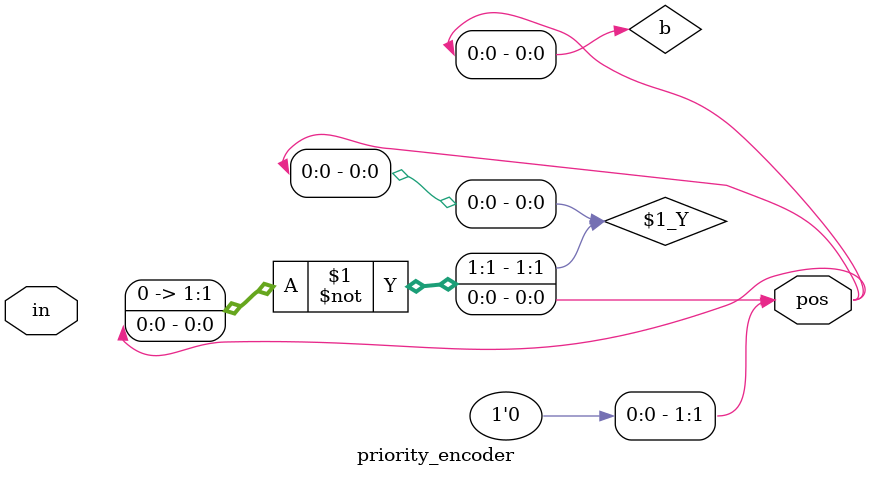
<source format=v>
module priority_encoder( 
input [2:0] in,
output reg [1:0] pos ); 
// When sel=1, assign b to out
assign pos = b;

// This is a 3-bit priority decoder. 
// When sel=1, output b
// When sel=0, output not b
assign b = ~pos;

endmodule

</source>
